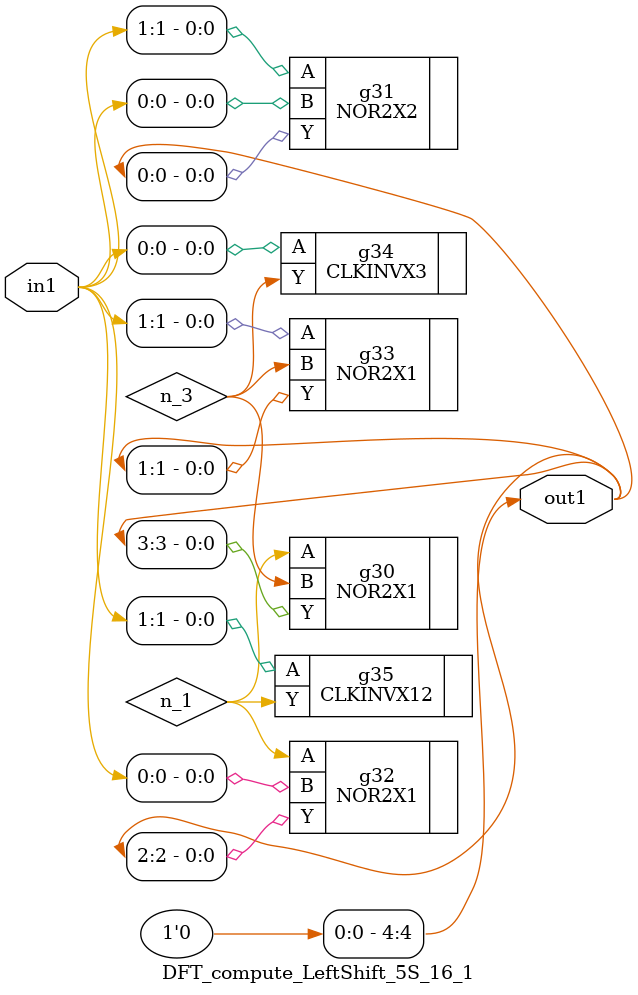
<source format=v>
`timescale 1ps / 1ps


module DFT_compute_LeftShift_5S_16_1(in1, out1);
  input [1:0] in1;
  output [4:0] out1;
  wire [1:0] in1;
  wire [4:0] out1;
  wire n_1, n_3;
  assign out1[4] = 1'b0;
  NOR2X1 g30(.A (n_1), .B (n_3), .Y (out1[3]));
  NOR2X1 g33(.A (in1[1]), .B (n_3), .Y (out1[1]));
  NOR2X1 g32(.A (n_1), .B (in1[0]), .Y (out1[2]));
  NOR2X2 g31(.A (in1[1]), .B (in1[0]), .Y (out1[0]));
  CLKINVX12 g35(.A (in1[1]), .Y (n_1));
  CLKINVX3 g34(.A (in1[0]), .Y (n_3));
endmodule



</source>
